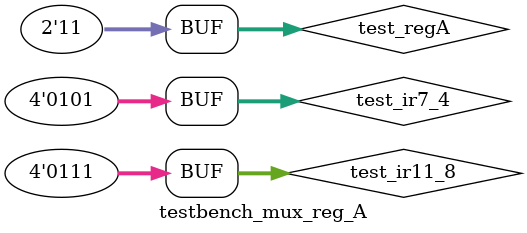
<source format=v>
module testbench_mux_reg_A();
    
    reg [3:0]test_ir7_4;
    reg [3:0]test_ir11_8;
    reg [1:0]test_regA;
    wire [3:0]test_rn1;
    mux_reg_A uut(.rn1(test_rn1),.ir7_4(test_ir7_4),.ir11_8(test_ir11_8),.regA(test_regA));

    initial begin
        test_ir11_8 = 4'b0111;
        test_ir7_4 = 4'b0101;
    end

    initial begin
        test_regA = 2'b00;
        #5 test_regA = 2'b01;
        #5 test_regA = 2'b10;
        #5 test_regA = 2'b11;
    end

    initial
    $monitor("RegA = %b,Rn1 = %b",test_regA,test_rn1);

endmodule
</source>
